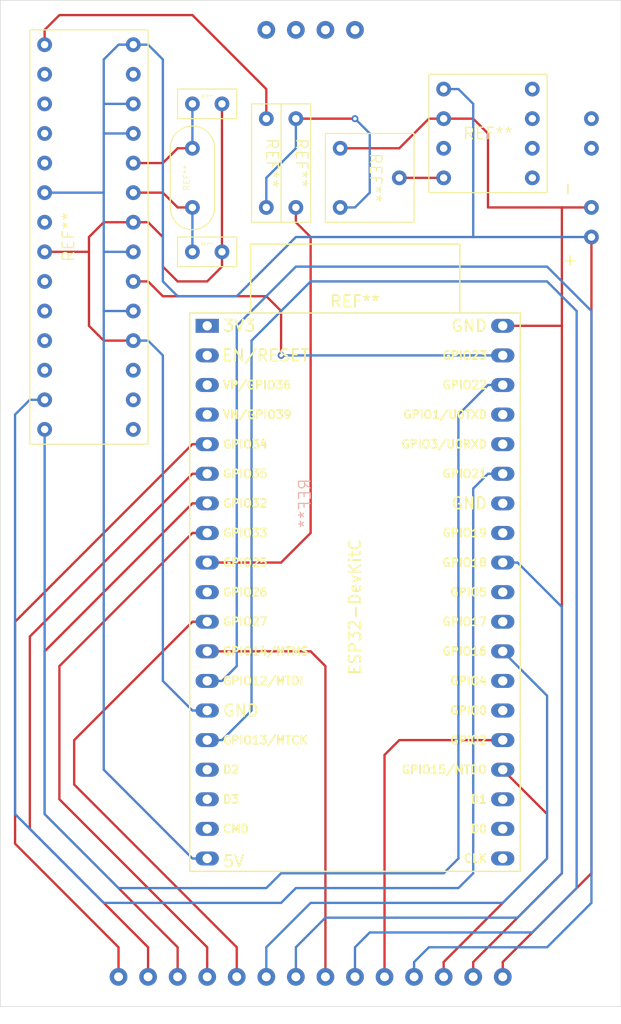
<source format=kicad_pcb>
(kicad_pcb (version 20240108) (generator "pcbnew") (generator_version "8.0")
  (layers (0 "F.Cu" signal) (31 "B.Cu" signal) (34 "B.Paste" user) (35 "F.Paste" user) (36 "B.SilkS" user "B.Silkscreen") (37 "F.SilkS" user "F.Silkscreen") (38 "B.Mask" user) (39 "F.Mask" user) (44 "Edge.Cuts" user))
  (net 0 "")
  (footprint "自作:203VR" (layer "F.Cu") (at 49.53 48.26 -90)
    (property "Reference" "REF**" (at 0 -0.5 -90) (layer "F.SilkS") (effects (font (thickness 0.1))))
    (property "Value" "203VR")
    (fp_rect (start -3.81 -3.81) (end 3.81 3.81) (stroke (width 0.1)) (fill none) (layer "F.SilkS"))
    (pad "1" thru_hole circle (at 2.54 2.54 270) (size 1.27 1.27) (drill 0.635) (layers "*.Cu" "*.Mask"))
    (pad "2" thru_hole circle (at -2.54 2.54 270) (size 1.27 1.27) (drill 0.635) (layers "*.Cu" "*.Mask"))
    (pad "3" thru_hole circle (at 0 -2.54 270) (size 1.27 1.27) (drill 0.635) (layers "*.Cu" "*.Mask"))
  )
  (footprint "自作:R" (layer "F.Cu") (at 43.18 46.99 -90)
    (property "Reference" "REF**" (at 0 -0.5 -90) (layer "F.SilkS") (effects (font (thickness 0.1))))
    (property "Value" "R")
    (fp_rect (start -5.08 -1.27) (end 5.08 1.27) (stroke (width 0.1)) (fill none) (layer "F.SilkS"))
    (pad "1" thru_hole circle (at 3.81 0 270) (size 1.27 1.27) (drill 0.635) (layers "*.Cu" "*.Mask"))
    (pad "2" thru_hole circle (at -3.81 0 270) (size 1.27 1.27) (drill 0.635) (layers "*.Cu" "*.Mask"))
  )
  (footprint "自作:HUSG-16.000-20" (layer "F.Cu") (at 34.29 48.26 90)
    (property "Reference" "REF**" (at 0 -0.5 90) (layer "F.SilkS") (effects (font (size 0.5174 0.5174) (thickness 0.05174))))
    (property "Value" "HUSG-16.000-20")
    (fp_line (start 2.54 -1.905) (end -2.54 -1.905) (stroke (width 0.1)) (layer "F.SilkS"))
    (fp_line (start 2.54 1.905) (end -2.54 1.905) (stroke (width 0.1)) (layer "F.SilkS"))
    (fp_arc (start 2.54 -1.905) (mid 4.445 0) (end 2.54 1.905) (stroke (width 0.1)) (layer "F.SilkS"))
    (fp_arc (start -2.54 1.905) (mid -4.445 0) (end -2.54 -1.905) (stroke (width 0.1)) (layer "F.SilkS"))
    (pad "1" thru_hole circle (at 2.54 0 90) (size 1.27 1.27) (drill 0.635) (layers "*.Cu" "*.Mask"))
    (pad "2" thru_hole circle (at -2.54 0 90) (size 1.27 1.27) (drill 0.635) (layers "*.Cu" "*.Mask"))
  )
  (footprint "PCM_Espressif:ESP32-DevKitC" (layer "F.Cu") (at 35.56 60.96)
    (property "Reference" "REF**" (at 12.7 -2.1 0) (layer "F.SilkS"))
    (property "Value" "ESP32-DevKitC" (at 12.7 24.13 90) (layer "F.SilkS"))
    (fp_line (start -1.5 46.82) (end 26.899999 46.82) (stroke (width 0.12)) (layer "F.SilkS"))
    (fp_line (start -1.499999 -1.1) (end -1.5 46.82) (stroke (width 0.12)) (layer "F.SilkS"))
    (fp_line (start 3.73012 -7.01312) (end 21.71332 -7.01312) (stroke (width 0.12)) (layer "F.SilkS"))
    (fp_line (start 3.73012 -1.12032) (end 3.73012 -7.01312) (stroke (width 0.12)) (layer "F.SilkS"))
    (fp_line (start 21.71332 -7.01312) (end 21.71332 -1.12032) (stroke (width 0.12)) (layer "F.SilkS"))
    (fp_line (start 26.899999 46.82) (end 26.9 -1.1) (stroke (width 0.12)) (layer "F.SilkS"))
    (fp_line (start 26.9 -1.1) (end -1.499999 -1.1) (stroke (width 0.12)) (layer "F.SilkS"))
    (fp_text user "GPIO32" (at 1.27 15.24 0) (layer "F.SilkS") (effects (font (size 0.7 0.7)) (justify left)))
    (fp_text user "D2" (at 1.27 38.1 0) (layer "F.SilkS") (effects (font (size 0.7 0.7)) (justify left)))
    (fp_text user "D0" (at 24.13 43.18 0) (layer "F.SilkS") (effects (font (size 0.7 0.7)) (justify right)))
    (fp_text user "VP/GPIO36" (at 1.27 5.08 0) (layer "F.SilkS") (effects (font (size 0.7 0.7)) (justify left)))
    (fp_text user "GPIO26" (at 1.27 22.86 0) (layer "F.SilkS") (effects (font (size 0.7 0.7)) (justify left)))
    (fp_text user "GND" (at 24.13 0 0) (layer "F.SilkS") (effects (justify right)))
    (fp_text user "VN/GPIO39" (at 1.27 7.62 0) (layer "F.SilkS") (effects (font (size 0.7 0.7)) (justify left)))
    (fp_text user "GPIO16" (at 24.13 27.94 0) (layer "F.SilkS") (effects (font (size 0.7 0.7)) (justify right)))
    (fp_text user "3V3" (at 1.27 0 0) (layer "F.SilkS") (effects (justify left)))
    (fp_text user "GPIO25" (at 1.27 20.32 0) (layer "F.SilkS") (effects (font (size 0.7 0.7)) (justify left)))
    (fp_text user "GPIO12/MTDI" (at 1.27 30.48 0) (layer "F.SilkS") (effects (font (size 0.7 0.7)) (justify left)))
    (fp_text user "GND" (at 24.13 15.24 0) (layer "F.SilkS") (effects (justify right)))
    (fp_text user "GPIO2" (at 24.13 35.56 0) (layer "F.SilkS") (effects (font (size 0.7 0.7)) (justify right)))
    (fp_text user "GPIO5" (at 24.13 22.86 0) (layer "F.SilkS") (effects (font (size 0.7 0.7)) (justify right)))
    (fp_text user "EN/RESET" (at 8.88632 2.53728 0) (layer "F.SilkS") (effects (justify right)))
    (fp_text user "GPIO23" (at 24.13 2.54 0) (layer "F.SilkS") (effects (font (size 0.7 0.7)) (justify right)))
    (fp_text user "GPIO34" (at 1.27 10.16 0) (layer "F.SilkS") (effects (font (size 0.7 0.7)) (justify left)))
    (fp_text user "GPIO14/MTMS" (at 1.27 27.94 0) (layer "F.SilkS") (effects (font (size 0.7 0.7)) (justify left)))
    (fp_text user "GPIO13/MTCK" (at 1.27 35.56 0) (layer "F.SilkS") (effects (font (size 0.7 0.7)) (justify left)))
    (fp_text user "5V" (at 1.26632 45.97128 0) (layer "F.SilkS") (effects (justify left)))
    (fp_text user "GPIO4" (at 24.13 30.48 0) (layer "F.SilkS") (effects (font (size 0.7 0.7)) (justify right)))
    (fp_text user "GPIO1/U0TXD" (at 24.13 7.62 0) (layer "F.SilkS") (effects (font (size 0.7 0.7)) (justify right)))
    (fp_text user "CLK" (at 24.13 45.72 0) (layer "F.SilkS") (effects (font (size 0.7 0.7)) (justify right)))
    (fp_text user "GPIO15/MTDO" (at 24.13 38.1 0) (layer "F.SilkS") (effects (font (size 0.7 0.7)) (justify right)))
    (fp_text user "D3" (at 1.27 40.64 0) (layer "F.SilkS") (effects (font (size 0.7 0.7)) (justify left)))
    (fp_text user "GPIO27" (at 1.27 25.4 0) (layer "F.SilkS") (effects (font (size 0.7 0.7)) (justify left)))
    (fp_text user "D1" (at 24.13 40.64 0) (layer "F.SilkS") (effects (font (size 0.7 0.7)) (justify right)))
    (fp_text user "GPIO21" (at 24.13 12.7 0) (layer "F.SilkS") (effects (font (size 0.7 0.7)) (justify right)))
    (fp_text user "GPIO35" (at 1.27 12.7 0) (layer "F.SilkS") (effects (font (size 0.7 0.7)) (justify left)))
    (fp_text user "CMD" (at 1.27 43.18 0) (layer "F.SilkS") (effects (font (size 0.7 0.7)) (justify left)))
    (fp_text user "GPIO33" (at 1.27 17.78 0) (layer "F.SilkS") (effects (font (size 0.7 0.7)) (justify left)))
    (fp_text user "GPIO0" (at 24.13 33.02 0) (layer "F.SilkS") (effects (font (size 0.7 0.7)) (justify right)))
    (fp_text user "GND" (at 1.27 33.02 0) (layer "F.SilkS") (effects (justify left)))
    (fp_text user "GPIO19" (at 24.13 17.78 0) (layer "F.SilkS") (effects (font (size 0.7 0.7)) (justify right)))
    (fp_text user "GPIO22" (at 24.13 5.08 0) (layer "F.SilkS") (effects (font (size 0.7 0.7)) (justify right)))
    (fp_text user "GPIO18" (at 24.13 20.32 0) (layer "F.SilkS") (effects (font (size 0.7 0.7)) (justify right)))
    (fp_text user "GPIO3/U0RXD" (at 24.13 10.16 0) (layer "F.SilkS") (effects (font (size 0.7 0.7)) (justify right)))
    (fp_text user "GPIO17" (at 24.13 25.4 0) (layer "F.SilkS") (effects (font (size 0.7 0.7)) (justify right)))
    (pad "1" thru_hole rect (at 0 0 270) (size 1.2 2) (drill 0.8) (layers "*.Cu" "*.Mask"))
    (pad "2" thru_hole oval (at 0 2.54 270) (size 1.2 2) (drill 0.8) (layers "*.Cu" "*.Mask"))
    (pad "3" thru_hole oval (at 0 5.08 270) (size 1.2 2) (drill 0.8) (layers "*.Cu" "*.Mask"))
    (pad "4" thru_hole oval (at 0 7.62 270) (size 1.2 2) (drill 0.8) (layers "*.Cu" "*.Mask"))
    (pad "5" thru_hole oval (at 0 10.16 270) (size 1.2 2) (drill 0.8) (layers "*.Cu" "*.Mask"))
    (pad "6" thru_hole oval (at 0 12.7 270) (size 1.2 2) (drill 0.8) (layers "*.Cu" "*.Mask"))
    (pad "7" thru_hole oval (at 0 15.24 270) (size 1.2 2) (drill 0.8) (layers "*.Cu" "*.Mask"))
    (pad "8" thru_hole oval (at 0 17.78 270) (size 1.2 2) (drill 0.8) (layers "*.Cu" "*.Mask"))
    (pad "9" thru_hole oval (at 0 20.32 270) (size 1.2 2) (drill 0.8) (layers "*.Cu" "*.Mask"))
    (pad "10" thru_hole oval (at 0 22.86 270) (size 1.2 2) (drill 0.8) (layers "*.Cu" "*.Mask"))
    (pad "11" thru_hole oval (at 0 25.4 270) (size 1.2 2) (drill 0.8) (layers "*.Cu" "*.Mask"))
    (pad "12" thru_hole oval (at 0 27.94 270) (size 1.2 2) (drill 0.8) (layers "*.Cu" "*.Mask"))
    (pad "13" thru_hole oval (at 0 30.48 270) (size 1.2 2) (drill 0.8) (layers "*.Cu" "*.Mask"))
    (pad "14" thru_hole oval (at 0 33.02 270) (size 1.2 2) (drill 0.8) (layers "*.Cu" "*.Mask"))
    (pad "15" thru_hole oval (at 0 35.56 270) (size 1.2 2) (drill 0.8) (layers "*.Cu" "*.Mask"))
    (pad "16" thru_hole oval (at 0 38.1 270) (size 1.2 2) (drill 0.8) (layers "*.Cu" "*.Mask"))
    (pad "17" thru_hole oval (at 0 40.64 270) (size 1.2 2) (drill 0.8) (layers "*.Cu" "*.Mask"))
    (pad "18" thru_hole oval (at 0 43.18 270) (size 1.2 2) (drill 0.8) (layers "*.Cu" "*.Mask"))
    (pad "19" thru_hole oval (at 0 45.72 270) (size 1.2 2) (drill 0.8) (layers "*.Cu" "*.Mask"))
    (pad "20" thru_hole oval (at 25.39632 45.71728 270) (size 1.2 2) (drill 0.8) (layers "*.Cu" "*.Mask"))
    (pad "21" thru_hole oval (at 25.39632 43.17728 270) (size 1.2 2) (drill 0.8) (layers "*.Cu" "*.Mask"))
    (pad "22" thru_hole oval (at 25.4 40.64 270) (size 1.2 2) (drill 0.8) (layers "*.Cu" "*.Mask"))
    (pad "23" thru_hole oval (at 25.4 38.1 270) (size 1.2 2) (drill 0.8) (layers "*.Cu" "*.Mask"))
    (pad "24" thru_hole oval (at 25.4 35.56 270) (size 1.2 2) (drill 0.8) (layers "*.Cu" "*.Mask"))
    (pad "25" thru_hole oval (at 25.4 33.02 270) (size 1.2 2) (drill 0.8) (layers "*.Cu" "*.Mask"))
    (pad "26" thru_hole oval (at 25.4 30.48 270) (size 1.2 2) (drill 0.8) (layers "*.Cu" "*.Mask"))
    (pad "27" thru_hole oval (at 25.4 27.94 270) (size 1.2 2) (drill 0.8) (layers "*.Cu" "*.Mask"))
    (pad "28" thru_hole oval (at 25.4 25.4 270) (size 1.2 2) (drill 0.8) (layers "*.Cu" "*.Mask"))
    (pad "29" thru_hole oval (at 25.4 22.86 270) (size 1.2 2) (drill 0.8) (layers "*.Cu" "*.Mask"))
    (pad "30" thru_hole oval (at 25.4 20.32 270) (size 1.2 2) (drill 0.8) (layers "*.Cu" "*.Mask"))
    (pad "31" thru_hole oval (at 25.4 17.78 270) (size 1.2 2) (drill 0.8) (layers "*.Cu" "*.Mask"))
    (pad "32" thru_hole oval (at 25.4 15.24 270) (size 1.2 2) (drill 0.8) (layers "*.Cu" "*.Mask"))
    (pad "33" thru_hole oval (at 25.4 12.7 270) (size 1.2 2) (drill 0.8) (layers "*.Cu" "*.Mask"))
    (pad "34" thru_hole oval (at 25.4 10.16 270) (size 1.2 2) (drill 0.8) (layers "*.Cu" "*.Mask"))
    (pad "35" thru_hole oval (at 25.4 7.62 270) (size 1.2 2) (drill 0.8) (layers "*.Cu" "*.Mask"))
    (pad "36" thru_hole oval (at 25.4 5.08 270) (size 1.2 2) (drill 0.8) (layers "*.Cu" "*.Mask"))
    (pad "37" thru_hole oval (at 25.4 2.54 270) (size 1.2 2) (drill 0.8) (layers "*.Cu" "*.Mask"))
    (pad "38" thru_hole oval (at 25.4 0 270) (size 1.2 2) (drill 0.8) (layers "*.Cu" "*.Mask"))
  )
  (footprint "自作:Connector2" (layer "F.Cu") (at 68.58 52.07 90)
    (property "Reference" "REF**" (hide yes))
    (property "Value" "Connector2" (hide yes))
    (pad "1" thru_hole circle (at -1.27 0 90) (size 1.27 1.27) (drill 0.635) (layers "*.Cu" "*.Mask"))
    (pad "2" thru_hole circle (at 1.27 0 90) (size 1.27 1.27) (drill 0.635) (layers "*.Cu" "*.Mask"))
  )
  (footprint "自作:33Cond" (layer "F.Cu") (at 35.56 54.61)
    (property "Reference" "REF**" (at 0 -0.635 0) (layer "F.SilkS") (effects (font (size 0.254 0.254) (thickness 0.0381))))
    (property "Value" "33Cond")
    (fp_rect (start -2.54 -1.27) (end 2.54 1.27) (stroke (width 0.1)) (fill none) (layer "F.SilkS"))
    (pad "1" thru_hole circle (at 1.27 0) (size 1.27 1.27) (drill 0.635) (layers "*.Cu" "*.Mask"))
    (pad "2" thru_hole circle (at -1.27 0) (size 1.27 1.27) (drill 0.635) (layers "*.Cu" "*.Mask"))
  )
  (footprint "自作:HT82V739(raw)" (layer "F.Cu") (at 59.69 44.45)
    (property "Reference" "REF**" (at 0 0 0) (layer "F.SilkS") (effects (font (thickness 0.1))))
    (property "Value" "HT82V739(raw)")
    (fp_rect (start -5.08 -5.08) (end 5.08 5.08) (stroke (width 0.1)) (fill none) (layer "F.SilkS"))
    (pad "1" thru_hole circle (at 3.81 -3.81) (size 1.27 1.27) (drill 0.635) (layers "*.Cu" "*.Mask"))
    (pad "2" thru_hole circle (at 3.81 -1.27) (size 1.27 1.27) (drill 0.635) (layers "*.Cu" "*.Mask"))
    (pad "3" thru_hole circle (at 3.81 1.27) (size 1.27 1.27) (drill 0.635) (layers "*.Cu" "*.Mask"))
    (pad "4" thru_hole circle (at 3.81 3.81) (size 1.27 1.27) (drill 0.635) (layers "*.Cu" "*.Mask"))
    (pad "5" thru_hole circle (at -3.81 -3.81) (size 1.27 1.27) (drill 0.635) (layers "*.Cu" "*.Mask"))
    (pad "6" thru_hole circle (at -3.81 -1.27) (size 1.27 1.27) (drill 0.635) (layers "*.Cu" "*.Mask"))
    (pad "7" thru_hole circle (at -3.81 1.27) (size 1.27 1.27) (drill 0.635) (layers "*.Cu" "*.Mask"))
    (pad "8" thru_hole circle (at -3.81 3.81) (size 1.27 1.27) (drill 0.635) (layers "*.Cu" "*.Mask"))
  )
  (footprint "自作:33Cond" (layer "F.Cu") (at 35.56 41.91)
    (property "Reference" "REF**" (at 0 -0.635 0) (layer "F.SilkS") (effects (font (size 0.254 0.254) (thickness 0.0381))))
    (property "Value" "33Cond")
    (fp_rect (start -2.54 -1.27) (end 2.54 1.27) (stroke (width 0.1)) (fill none) (layer "F.SilkS"))
    (pad "1" thru_hole circle (at 1.27 0) (size 1.27 1.27) (drill 0.635) (layers "*.Cu" "*.Mask"))
    (pad "2" thru_hole circle (at -1.27 0) (size 1.27 1.27) (drill 0.635) (layers "*.Cu" "*.Mask"))
  )
  (footprint "自作:ATP3012R5-PU" (layer "F.Cu") (at 24.13 53.34 90)
    (property "Reference" "REF**" (at 0 -0.5 90) (layer "F.SilkS") (effects (font (thickness 0.1))))
    (property "Value" "ATP3012R5-PU")
    (fp_rect (start -17.78 -3.81) (end 17.78 6.35) (stroke (width 0.1)) (fill none) (layer "F.SilkS"))
    (pad "1" thru_hole circle (at -16.51 5.08 90) (size 1.27 1.27) (drill 0.635) (layers "*.Cu" "*.Mask"))
    (pad "2" thru_hole circle (at -13.97 5.08 90) (size 1.27 1.27) (drill 0.635) (layers "*.Cu" "*.Mask"))
    (pad "3" thru_hole circle (at -11.43 5.08 90) (size 1.27 1.27) (drill 0.635) (layers "*.Cu" "*.Mask"))
    (pad "4" thru_hole circle (at -8.89 5.08 90) (size 1.27 1.27) (drill 0.635) (layers "*.Cu" "*.Mask"))
    (pad "5" thru_hole circle (at -6.35 5.08 90) (size 1.27 1.27) (drill 0.635) (layers "*.Cu" "*.Mask"))
    (pad "6" thru_hole circle (at -3.81 5.08 90) (size 1.27 1.27) (drill 0.635) (layers "*.Cu" "*.Mask"))
    (pad "7" thru_hole circle (at -1.27 5.08 90) (size 1.27 1.27) (drill 0.635) (layers "*.Cu" "*.Mask"))
    (pad "8" thru_hole circle (at 1.27 5.08 90) (size 1.27 1.27) (drill 0.635) (layers "*.Cu" "*.Mask"))
    (pad "9" thru_hole circle (at 3.81 5.08 90) (size 1.27 1.27) (drill 0.635) (layers "*.Cu" "*.Mask"))
    (pad "10" thru_hole circle (at 6.35 5.08 90) (size 1.27 1.27) (drill 0.635) (layers "*.Cu" "*.Mask"))
    (pad "11" thru_hole circle (at 8.89 5.08 90) (size 1.27 1.27) (drill 0.635) (layers "*.Cu" "*.Mask"))
    (pad "12" thru_hole circle (at 11.43 5.08 90) (size 1.27 1.27) (drill 0.635) (layers "*.Cu" "*.Mask"))
    (pad "13" thru_hole circle (at 13.97 5.08 90) (size 1.27 1.27) (drill 0.635) (layers "*.Cu" "*.Mask"))
    (pad "14" thru_hole circle (at 16.51 5.08 90) (size 1.27 1.27) (drill 0.635) (layers "*.Cu" "*.Mask"))
    (pad "15" thru_hole circle (at 16.51 -2.54 90) (size 1.27 1.27) (drill 0.635) (layers "*.Cu" "*.Mask"))
    (pad "16" thru_hole circle (at 13.97 -2.54 90) (size 1.27 1.27) (drill 0.635) (layers "*.Cu" "*.Mask"))
    (pad "17" thru_hole circle (at 11.43 -2.54 90) (size 1.27 1.27) (drill 0.635) (layers "*.Cu" "*.Mask"))
    (pad "18" thru_hole circle (at 8.89 -2.54 90) (size 1.27 1.27) (drill 0.635) (layers "*.Cu" "*.Mask"))
    (pad "19" thru_hole circle (at 6.35 -2.54 90) (size 1.27 1.27) (drill 0.635) (layers "*.Cu" "*.Mask"))
    (pad "20" thru_hole circle (at 3.81 -2.54 90) (size 1.27 1.27) (drill 0.635) (layers "*.Cu" "*.Mask"))
    (pad "21" thru_hole circle (at 1.27 -2.54 90) (size 1.27 1.27) (drill 0.635) (layers "*.Cu" "*.Mask"))
    (pad "22" thru_hole circle (at -1.27 -2.54 90) (size 1.27 1.27) (drill 0.635) (layers "*.Cu" "*.Mask"))
    (pad "23" thru_hole circle (at -3.81 -2.54 90) (size 1.27 1.27) (drill 0.635) (layers "*.Cu" "*.Mask"))
    (pad "24" thru_hole circle (at -6.35 -2.54 90) (size 1.27 1.27) (drill 0.635) (layers "*.Cu" "*.Mask" "F.Adhes"))
    (pad "25" thru_hole circle (at -8.89 -2.54 90) (size 1.27 1.27) (drill 0.635) (layers "*.Cu" "*.Mask"))
    (pad "26" thru_hole circle (at -11.43 -2.54 90) (size 1.27 1.27) (drill 0.635) (layers "*.Cu" "*.Mask"))
    (pad "27" thru_hole circle (at -13.97 -2.54 90) (size 1.27 1.27) (drill 0.635) (layers "*.Cu" "*.Mask"))
    (pad "28" thru_hole circle (at -16.51 -2.54 90) (size 1.27 1.27) (drill 0.635) (layers "*.Cu" "*.Mask"))
  )
  (footprint "自作:R" (layer "F.Cu") (at 40.64 46.99 -90)
    (property "Reference" "REF**" (at 0 -0.5 -90) (layer "F.SilkS") (effects (font (thickness 0.1))))
    (property "Value" "R")
    (fp_rect (start -5.08 -1.27) (end 5.08 1.27) (stroke (width 0.1)) (fill none) (layer "F.SilkS"))
    (pad "1" thru_hole circle (at 3.81 0 270) (size 1.27 1.27) (drill 0.635) (layers "*.Cu" "*.Mask"))
    (pad "2" thru_hole circle (at -3.81 0 270) (size 1.27 1.27) (drill 0.635) (layers "*.Cu" "*.Mask"))
  )
  (footprint "自作:Connector2" (layer "F.Cu") (at 68.58 44.45 90)
    (property "Reference" "REF**" (hide yes))
    (property "Value" "Connector2" (hide yes))
    (pad "1" thru_hole circle (at -1.27 0 90) (size 1.27 1.27) (drill 0.635) (layers "*.Cu" "*.Mask"))
    (pad "2" thru_hole circle (at 1.27 0 90) (size 1.27 1.27) (drill 0.635) (layers "*.Cu" "*.Mask"))
  )
  (footprint "自作:TFT_SPI_240x320" (layer "B.Cu") (at 44.45 76.2 -90)
    (property "Reference" "REF**" (at 0 0.5 90) (layer "B.SilkS") (effects (font (thickness 0.1)) (justify mirror)))
    (property "Value" "TFT_SPI_240x320")
    (pad "1" thru_hole circle (at 40.64 16.51 270) (size 1.524 1.524) (drill 0.762) (layers "*.Cu" "*.Mask"))
    (pad "2" thru_hole circle (at 40.64 13.97 270) (size 1.524 1.524) (drill 0.762) (layers "*.Cu" "*.Mask"))
    (pad "3" thru_hole circle (at 40.64 11.43 270) (size 1.524 1.524) (drill 0.762) (layers "*.Cu" "*.Mask"))
    (pad "4" thru_hole circle (at 40.64 8.89 270) (size 1.524 1.524) (drill 0.762) (layers "*.Cu" "*.Mask"))
    (pad "5" thru_hole circle (at 40.64 6.35 270) (size 1.524 1.524) (drill 0.762) (layers "*.Cu" "*.Mask"))
    (pad "6" thru_hole circle (at 40.64 3.81 270) (size 1.524 1.524) (drill 0.762) (layers "*.Cu" "*.Mask"))
    (pad "7" thru_hole circle (at 40.64 1.27 270) (size 1.524 1.524) (drill 0.762) (layers "*.Cu" "*.Mask"))
    (pad "8" thru_hole circle (at 40.64 -1.27 270) (size 1.524 1.524) (drill 0.762) (layers "*.Cu" "*.Mask"))
    (pad "9" thru_hole circle (at 40.64 -3.81 270) (size 1.524 1.524) (drill 0.762) (layers "*.Cu" "*.Mask"))
    (pad "10" thru_hole circle (at 40.64 -6.35 270) (size 1.524 1.524) (drill 0.762) (layers "*.Cu" "*.Mask"))
    (pad "11" thru_hole circle (at 40.64 -8.89 270) (size 1.524 1.524) (drill 0.762) (layers "*.Cu" "*.Mask"))
    (pad "12" thru_hole circle (at 40.64 -11.43 270) (size 1.524 1.524) (drill 0.762) (layers "*.Cu" "*.Mask"))
    (pad "13" thru_hole circle (at 40.64 -13.97 270) (size 1.524 1.524) (drill 0.762) (layers "*.Cu" "*.Mask"))
    (pad "14" thru_hole circle (at 40.64 -16.51 270) (size 1.524 1.524) (drill 0.762) (layers "*.Cu" "*.Mask"))
    (pad "15" thru_hole circle (at -40.64 3.81 270) (size 1.524 1.524) (drill 0.762) (layers "*.Cu" "*.Mask"))
    (pad "16" thru_hole circle (at -40.64 1.27 270) (size 1.524 1.524) (drill 0.762) (layers "*.Cu" "*.Mask"))
    (pad "17" thru_hole circle (at -40.64 -1.27 270) (size 1.524 1.524) (drill 0.762) (layers "*.Cu" "*.Mask"))
    (pad "18" thru_hole circle (at -40.64 -3.81 270) (size 1.524 1.524) (drill 0.762) (layers "*.Cu" "*.Mask"))
  )
  (gr_rect (start 17.78 33.02) (end 71.12 119.38) (stroke (width 0.05)) (fill none) (layer "Edge.Cuts"))
  (gr_text "+" (at 66.04 55.88 0) (layer "F.SilkS") (effects (font (size 1 1)) (justify left bottom)))
  (gr_text "-" (at 66.04 48.514 -90) (layer "F.SilkS") (effects (font (size 1 1)) (justify left bottom)))
  (segment (start 59.69 50.8) (end 66.04 50.8) (width 0.2) (layer "F.Cu") (net 0))
  (segment (start 24.13 96.52) (end 24.13 100.33) (width 0.2) (layer "F.Cu") (net 0))
  (segment (start 29.21 62.23) (end 26.67 62.23) (width 0.2) (layer "F.Cu") (net 0))
  (segment (start 33.02 57.15) (end 31.75 55.88) (width 0.2) (layer "F.Cu") (net 0))
  (segment (start 34.29 71.12) (end 19.05 86.36) (width 0.2) (layer "F.Cu") (net 0))
  (segment (start 33.02 45.72) (end 34.29 45.72) (width 0.2) (layer "F.Cu") (net 0))
  (segment (start 30.48 52.07) (end 29.21 52.07) (width 0.2) (layer "F.Cu") (net 0))
  (segment (start 34.29 76.2) (end 21.59 88.9) (width 0.2) (layer "F.Cu") (net 0))
  (segment (start 66.04 58.42) (end 66.04 107.95) (width 0.2) (layer "F.Cu") (net 0))
  (segment (start 35.56 78.74) (end 34.29 78.74) (width 0.2) (layer "F.Cu") (net 0))
  (segment (start 31.75 55.88) (end 31.75 53.34) (width 0.2) (layer "F.Cu") (net 0))
  (segment (start 66.04 50.8) (end 68.58 50.8) (width 0.2) (layer "F.Cu") (net 0))
  (segment (start 35.56 76.2) (end 34.29 76.2) (width 0.2) (layer "F.Cu") (net 0))
  (segment (start 25.4 60.96) (end 25.4 55.88) (width 0.2) (layer "F.Cu") (net 0))
  (segment (start 59.69 50.8) (end 59.69 44.45) (width 0.2) (layer "F.Cu") (net 0))
  (segment (start 27.94 114.3) (end 27.94 116.84) (width 0.2) (layer "F.Cu") (net 0))
  (segment (start 36.83 54.61) (end 36.83 55.88) (width 0.2) (layer "F.Cu") (net 0))
  (segment (start 30.48 114.3) (end 30.48 116.84) (width 0.2) (layer "F.Cu") (net 0))
  (segment (start 44.45 78.74) (end 44.45 53.34) (width 0.2) (layer "F.Cu") (net 0))
  (segment (start 35.56 86.36) (end 34.29 86.36) (width 0.2) (layer "F.Cu") (net 0))
  (segment (start 44.45 88.9) (end 45.72 90.17) (width 0.2) (layer "F.Cu") (net 0))
  (segment (start 52.07 45.72) (end 46.99 45.72) (width 0.2) (layer "F.Cu") (net 0))
  (segment (start 58.42 43.18) (end 55.88 43.18) (width 0.2) (layer "F.Cu") (net 0))
  (segment (start 29.21 57.15) (end 30.48 57.15) (width 0.2) (layer "F.Cu") (net 0))
  (segment (start 25.4 54.61) (end 21.59 54.61) (width 0.2) (layer "F.Cu") (net 0))
  (segment (start 68.58 107.95) (end 60.96 115.57) (width 0.2) (layer "F.Cu") (net 0))
  (segment (start 31.75 46.99) (end 33.02 45.72) (width 0.2) (layer "F.Cu") (net 0))
  (segment (start 19.05 86.36) (end 19.05 105.41) (width 0.2) (layer "F.Cu") (net 0))
  (segment (start 31.75 49.53) (end 33.02 50.8) (width 0.2) (layer "F.Cu") (net 0))
  (segment (start 34.29 78.74) (end 22.86 90.17) (width 0.2) (layer "F.Cu") (net 0))
  (segment (start 31.75 58.42) (end 39.37 58.42) (width 0.2) (layer "F.Cu") (net 0))
  (segment (start 52.07 48.26) (end 55.88 48.26) (width 0.2) (layer "F.Cu") (net 0))
  (segment (start 41.91 59.69) (end 41.91 63.5) (width 0.2) (layer "F.Cu") (net 0))
  (segment (start 41.91 81.28) (end 44.45 78.74) (width 0.2) (layer "F.Cu") (net 0))
  (segment (start 66.04 50.8) (end 66.04 58.42) (width 0.2) (layer "F.Cu") (net 0))
  (segment (start 44.45 43.18) (end 48.26 43.18) (width 0.2) (layer "F.Cu") (net 0))
  (segment (start 50.8 97.79) (end 50.8 116.84) (width 0.2) (layer "F.Cu") (net 0))
  (segment (start 35.56 73.66) (end 34.29 73.66) (width 0.2) (layer "F.Cu") (net 0))
  (segment (start 29.21 46.99) (end 31.75 46.99) (width 0.2) (layer "F.Cu") (net 0))
  (segment (start 34.29 86.36) (end 24.13 96.52) (width 0.2) (layer "F.Cu") (net 0))
  (segment (start 34.29 73.66) (end 20.32 87.63) (width 0.2) (layer "F.Cu") (net 0))
  (segment (start 26.67 62.23) (end 25.4 60.96) (width 0.2) (layer "F.Cu") (net 0))
  (segment (start 64.77 106.68) (end 55.88 115.57) (width 0.2) (layer "F.Cu") (net 0))
  (segment (start 35.56 114.3) (end 35.56 116.84) (width 0.2) (layer "F.Cu") (net 0))
  (segment (start 33.02 114.3) (end 33.02 116.84) (width 0.2) (layer "F.Cu") (net 0))
  (segment (start 64.77 102.87) (end 64.77 106.68) (width 0.2) (layer "F.Cu") (net 0))
  (segment (start 20.32 104.14) (end 30.48 114.3) (width 0.2) (layer "F.Cu") (net 0))
  (segment (start 43.18 43.18) (end 44.45 43.18) (width 0.2) (layer "F.Cu") (net 0))
  (segment (start 55.88 43.18) (end 54.61 43.18) (width 0.2) (layer "F.Cu") (net 0))
  (segment (start 60.96 115.57) (end 60.96 116.84) (width 0.2) (layer "F.Cu") (net 0))
  (segment (start 21.59 35.56) (end 22.86 34.29) (width 0.2) (layer "F.Cu") (net 0))
  (segment (start 40.64 58.42) (end 41.91 59.69) (width 0.2) (layer "F.Cu") (net 0))
  (segment (start 52.07 96.52) (end 50.8 97.79) (width 0.2) (layer "F.Cu") (net 0))
  (segment (start 21.59 102.87) (end 33.02 114.3) (width 0.2) (layer "F.Cu") (net 0))
  (segment (start 29.21 49.53) (end 31.75 49.53) (width 0.2) (layer "F.Cu") (net 0))
  (segment (start 45.72 90.17) (end 45.72 116.84) (width 0.2) (layer "F.Cu") (net 0))
  (segment (start 22.86 101.6) (end 35.56 114.3) (width 0.2) (layer "F.Cu") (net 0))
  (segment (start 21.59 88.9) (end 21.59 102.87) (width 0.2) (layer "F.Cu") (net 0))
  (segment (start 22.86 34.29) (end 34.29 34.29) (width 0.2) (layer "F.Cu") (net 0))
  (segment (start 44.45 53.34) (end 43.18 52.07) (width 0.2) (layer "F.Cu") (net 0))
  (segment (start 35.56 57.15) (end 33.02 57.15) (width 0.2) (layer "F.Cu") (net 0))
  (segment (start 38.1 114.3) (end 38.1 116.84) (width 0.2) (layer "F.Cu") (net 0))
  (segment (start 58.42 115.57) (end 58.42 116.84) (width 0.2) (layer "F.Cu") (net 0))
  (segment (start 31.75 53.34) (end 30.48 52.07) (width 0.2) (layer "F.Cu") (net 0))
  (segment (start 21.59 36.83) (end 21.59 35.56) (width 0.2) (layer "F.Cu") (net 0))
  (segment (start 66.04 107.95) (end 58.42 115.57) (width 0.2) (layer "F.Cu") (net 0))
  (segment (start 22.86 90.17) (end 22.86 101.6) (width 0.2) (layer "F.Cu") (net 0))
  (segment (start 60.96 96.52) (end 52.07 96.52) (width 0.2) (layer "F.Cu") (net 0))
  (segment (start 54.61 43.18) (end 52.07 45.72) (width 0.2) (layer "F.Cu") (net 0))
  (segment (start 55.88 115.57) (end 55.88 116.84) (width 0.2) (layer "F.Cu") (net 0))
  (segment (start 35.56 71.12) (end 34.29 71.12) (width 0.2) (layer "F.Cu") (net 0))
  (segment (start 40.64 40.64) (end 40.64 43.18) (width 0.2) (layer "F.Cu") (net 0))
  (segment (start 35.56 88.9) (end 44.45 88.9) (width 0.2) (layer "F.Cu") (net 0))
  (segment (start 30.48 57.15) (end 31.75 58.42) (width 0.2) (layer "F.Cu") (net 0))
  (segment (start 24.13 100.33) (end 38.1 114.3) (width 0.2) (layer "F.Cu") (net 0))
  (segment (start 60.96 99.06) (end 64.77 102.87) (width 0.2) (layer "F.Cu") (net 0))
  (segment (start 68.58 53.34) (end 68.58 107.95) (width 0.2) (layer "F.Cu") (net 0))
  (segment (start 34.29 34.29) (end 40.64 40.64) (width 0.2) (layer "F.Cu") (net 0))
  (segment (start 26.67 52.07) (end 29.21 52.07) (width 0.2) (layer "F.Cu") (net 0))
  (segment (start 43.18 52.07) (end 43.18 50.8) (width 0.2) (layer "F.Cu") (net 0))
  (segment (start 39.37 58.42) (end 40.64 58.42) (width 0.2) (layer "F.Cu") (net 0))
  (segment (start 59.69 44.45) (end 58.42 43.18) (width 0.2) (layer "F.Cu") (net 0))
  (segment (start 33.02 50.8) (end 34.29 50.8) (width 0.2) (layer "F.Cu") (net 0))
  (segment (start 25.4 55.88) (end 25.4 53.34) (width 0.2) (layer "F.Cu") (net 0))
  (segment (start 36.83 55.88) (end 35.56 57.15) (width 0.2) (layer "F.Cu") (net 0))
  (segment (start 36.83 41.91) (end 36.83 54.61) (width 0.2) (layer "F.Cu") (net 0))
  (segment (start 25.4 53.34) (end 26.67 52.07) (width 0.2) (layer "F.Cu") (net 0))
  (segment (start 35.56 81.28) (end 41.91 81.28) (width 0.2) (layer "F.Cu") (net 0))
  (segment (start 19.05 105.41) (end 27.94 114.3) (width 0.2) (layer "F.Cu") (net 0))
  (segment (start 60.96 60.96) (end 66.04 60.96) (width 0.2) (layer "F.Cu") (net 0))
  (segment (start 20.32 87.63) (end 20.32 104.14) (width 0.2) (layer "F.Cu") (net 0))
  (via (at 41.91 63.5) (size 0.6) (drill 0.3) (layers "F.Cu" "B.Cu") (net 0))
  (via (at 48.26 43.18) (size 0.6) (drill 0.3) (layers "F.Cu" "B.Cu") (net 0))
  (segment (start 26.67 110.49) (end 19.05 102.87) (width 0.2) (layer "B.Cu") (net 0))
  (segment (start 40.64 116.84) (end 40.64 114.3) (width 0.2) (layer "B.Cu") (net 0))
  (segment (start 57.15 40.64) (end 55.88 40.64) (width 0.2) (layer "B.Cu") (net 0))
  (segment (start 43.18 53.34) (end 38.1 58.42) (width 0.2) (layer "B.Cu") (net 0))
  (segment (start 43.18 114.3) (end 45.72 111.76) (width 0.2) (layer "B.Cu") (net 0))
  (segment (start 40.64 109.22) (end 27.94 109.22) (width 0.2) (layer "B.Cu") (net 0))
  (segment (start 39.37 62.23) (end 39.37 93.98) (width 0.2) (layer "B.Cu") (net 0))
  (segment (start 26.67 41.91) (end 29.21 41.91) (width 0.2) (layer "B.Cu") (net 0))
  (segment (start 43.18 45.72) (end 43.18 43.18) (width 0.2) (layer "B.Cu") (net 0))
  (segment (start 31.75 38.1) (end 30.48 36.83) (width 0.2) (layer "B.Cu") (net 0))
  (segment (start 20.32 67.31) (end 21.59 67.31) (width 0.2) (layer "B.Cu") (net 0))
  (segment (start 55.88 107.95) (end 41.91 107.95) (width 0.2) (layer "B.Cu") (net 0))
  (segment (start 41.91 63.5) (end 60.96 63.5) (width 0.2) (layer "B.Cu") (net 0))
  (segment (start 21.59 102.87) (end 21.59 69.85) (width 0.2) (layer "B.Cu") (net 0))
  (segment (start 19.05 102.87) (end 19.05 68.58) (width 0.2) (layer "B.Cu") (net 0))
  (segment (start 21.59 49.53) (end 26.67 49.53) (width 0.2) (layer "B.Cu") (net 0))
  (segment (start 68.58 53.34) (end 58.42 53.34) (width 0.2) (layer "B.Cu") (net 0))
  (segment (start 64.77 114.3) (end 68.58 110.49) (width 0.2) (layer "B.Cu") (net 0))
  (segment (start 48.26 50.8) (end 46.99 50.8) (width 0.2) (layer "B.Cu") (net 0))
  (segment (start 49.53 44.45) (end 49.53 49.53) (width 0.2) (layer "B.Cu") (net 0))
  (segment (start 48.26 116.84) (end 48.26 114.3) (width 0.2) (layer "B.Cu") (net 0))
  (segment (start 30.48 36.83) (end 27.94 36.83) (width 0.2) (layer "B.Cu") (net 0))
  (segment (start 60.96 110.49) (end 64.77 106.68) (width 0.2) (layer "B.Cu") (net 0))
  (segment (start 68.58 59.69) (end 64.77 55.88) (width 0.2) (layer "B.Cu") (net 0))
  (segment (start 38.1 58.42) (end 33.02 58.42) (width 0.2) (layer "B.Cu") (net 0))
  (segment (start 60.96 66.04) (end 59.69 66.04) (width 0.2) (layer "B.Cu") (net 0))
  (segment (start 68.58 110.49) (end 68.58 59.69) (width 0.2) (layer "B.Cu") (net 0))
  (segment (start 34.29 106.68) (end 35.56 106.68) (width 0.2) (layer "B.Cu") (net 0))
  (segment (start 64.77 55.88) (end 43.18 55.88) (width 0.2) (layer "B.Cu") (net 0))
  (segment (start 36.83 91.44) (end 35.56 91.44) (width 0.2) (layer "B.Cu") (net 0))
  (segment (start 58.42 41.91) (end 57.15 40.64) (width 0.2) (layer "B.Cu") (net 0))
  (segment (start 58.42 53.34) (end 43.18 53.34) (width 0.2) (layer "B.Cu") (net 0))
  (segment (start 38.1 90.17) (end 36.83 91.44) (width 0.2) (layer "B.Cu") (net 0))
  (segment (start 35.56 93.98) (end 34.29 93.98) (width 0.2) (layer "B.Cu") (net 0))
  (segment (start 62.23 81.28) (end 60.96 81.28) (width 0.2) (layer "B.Cu") (net 0))
  (segment (start 34.29 93.98) (end 31.75 91.44) (width 0.2) (layer "B.Cu") (net 0))
  (segment (start 64.77 92.71) (end 60.96 88.9) (width 0.2) (layer "B.Cu") (net 0))
  (segment (start 36.83 96.52) (end 35.56 96.52) (width 0.2) (layer "B.Cu") (net 0))
  (segment (start 40.64 114.3) (end 44.45 110.49) (width 0.2) (layer "B.Cu") (net 0))
  (segment (start 66.04 107.95) (end 66.04 85.09) (width 0.2) (layer "B.Cu") (net 0))
  (segment (start 38.1 60.96) (end 38.1 90.17) (width 0.2) (layer "B.Cu") (net 0))
  (segment (start 26.67 59.69) (end 26.67 99.06) (width 0.2) (layer "B.Cu") (net 0))
  (segment (start 64.77 57.15) (end 44.45 57.15) (width 0.2) (layer "B.Cu") (net 0))
  (segment (start 43.18 109.22) (end 41.91 110.49) (width 0.2) (layer "B.Cu") (net 0))
  (segment (start 44.45 110.49) (end 60.96 110.49) (width 0.2) (layer "B.Cu") (net 0))
  (segment (start 49.53 113.03) (end 63.5 113.03) (width 0.2) (layer "B.Cu") (net 0))
  (segment (start 62.23 111.76) (end 66.04 107.95) (width 0.2) (layer "B.Cu") (net 0))
  (segment (start 59.69 73.66) (end 58.42 74.93) (width 0.2) (layer "B.Cu") (net 0))
  (segment (start 54.61 114.3) (end 64.77 114.3) (width 0.2) (layer "B.Cu") (net 0))
  (segment (start 31.75 91.44) (end 31.75 63.5) (width 0.2) (layer "B.Cu") (net 0))
  (segment (start 66.04 85.09) (end 62.23 81.28) (width 0.2) (layer "B.Cu") (net 0))
  (segment (start 26.67 59.69) (end 29.21 59.69) (width 0.2) (layer "B.Cu") (net 0))
  (segment (start 60.96 73.66) (end 59.69 73.66) (width 0.2) (layer "B.Cu") (net 0))
  (segment (start 26.67 38.1) (end 27.94 36.83) (width 0.2) (layer "B.Cu") (net 0))
  (segment (start 30.48 62.23) (end 29.21 62.23) (width 0.2) (layer "B.Cu") (net 0))
  (segment (start 34.29 45.72) (end 34.29 41.91) (width 0.2) (layer "B.Cu") (net 0))
  (segment (start 48.26 43.18) (end 49.53 44.45) (width 0.2) (layer "B.Cu") (net 0))
  (segment (start 26.67 99.06) (end 34.29 106.68) (width 0.2) (layer "B.Cu") (net 0))
  (segment (start 27.94 109.22) (end 21.59 102.87) (width 0.2) (layer "B.Cu") (net 0))
  (segment (start 58.42 107.95) (end 57.15 109.22) (width 0.2) (layer "B.Cu") (net 0))
  (segment (start 58.42 53.34) (end 58.42 41.91) (width 0.2) (layer "B.Cu") (net 0))
  (segment (start 26.67 44.45) (end 26.67 49.53) (width 0.2) (layer "B.Cu") (net 0))
  (segment (start 26.67 49.53) (end 26.67 54.61) (width 0.2) (layer "B.Cu") (net 0))
  (segment (start 19.05 68.58) (end 20.32 67.31) (width 0.2) (layer "B.Cu") (net 0))
  (segment (start 48.26 114.3) (end 49.53 113.03) (width 0.2) (layer "B.Cu") (net 0))
  (segment (start 57.15 106.68) (end 55.88 107.95) (width 0.2) (layer "B.Cu") (net 0))
  (segment (start 26.67 54.61) (end 29.21 54.61) (width 0.2) (layer "B.Cu") (net 0))
  (segment (start 26.67 54.61) (end 26.67 59.69) (width 0.2) (layer "B.Cu") (net 0))
  (segment (start 64.77 106.68) (end 64.77 92.71) (width 0.2) (layer "B.Cu") (net 0))
  (segment (start 49.53 49.53) (end 48.26 50.8) (width 0.2) (layer "B.Cu") (net 0))
  (segment (start 26.67 41.91) (end 26.67 38.1) (width 0.2) (layer "B.Cu") (net 0))
  (segment (start 45.72 111.76) (end 62.23 111.76) (width 0.2) (layer "B.Cu") (net 0))
  (segment (start 57.15 68.58) (end 57.15 106.68) (width 0.2) (layer "B.Cu") (net 0))
  (segment (start 59.69 66.04) (end 57.15 68.58) (width 0.2) (layer "B.Cu") (net 0))
  (segment (start 63.5 113.03) (end 67.31 109.22) (width 0.2) (layer "B.Cu") (net 0))
  (segment (start 26.67 41.91) (end 26.67 44.45) (width 0.2) (layer "B.Cu") (net 0))
  (segment (start 33.02 58.42) (end 31.75 57.15) (width 0.2) (layer "B.Cu") (net 0))
  (segment (start 58.42 74.93) (end 58.42 107.95) (width 0.2) (layer "B.Cu") (net 0))
  (segment (start 53.34 116.84) (end 53.34 115.57) (width 0.2) (layer "B.Cu") (net 0))
  (segment (start 31.75 57.15) (end 31.75 38.1) (width 0.2) (layer "B.Cu") (net 0))
  (segment (start 41.91 110.49) (end 26.67 110.49) (width 0.2) (layer "B.Cu") (net 0))
  (segment (start 29.21 44.45) (end 26.67 44.45) (width 0.2) (layer "B.Cu") (net 0))
  (segment (start 27.94 36.83) (end 29.21 36.83) (width 0.2) (layer "B.Cu") (net 0))
  (segment (start 40.64 50.8) (end 40.64 48.26) (width 0.2) (layer "B.Cu") (net 0))
  (segment (start 43.18 55.88) (end 38.1 60.96) (width 0.2) (layer "B.Cu") (net 0))
  (segment (start 41.91 107.95) (end 40.64 109.22) (width 0.2) (layer "B.Cu") (net 0))
  (segment (start 67.31 109.22) (end 67.31 59.69) (width 0.2) (layer "B.Cu") (net 0))
  (segment (start 67.31 59.69) (end 64.77 57.15) (width 0.2) (layer "B.Cu") (net 0))
  (segment (start 44.45 57.15) (end 39.37 62.23) (width 0.2) (layer "B.Cu") (net 0))
  (segment (start 43.18 116.84) (end 43.18 114.3) (width 0.2) (layer "B.Cu") (net 0))
  (segment (start 53.34 115.57) (end 54.61 114.3) (width 0.2) (layer "B.Cu") (net 0))
  (segment (start 40.64 48.26) (end 43.18 45.72) (width 0.2) (layer "B.Cu") (net 0))
  (segment (start 57.15 109.22) (end 43.18 109.22) (width 0.2) (layer "B.Cu") (net 0))
  (segment (start 31.75 63.5) (end 30.48 62.23) (width 0.2) (layer "B.Cu") (net 0))
  (segment (start 34.29 50.8) (end 34.29 54.61) (width 0.2) (layer "B.Cu") (net 0))
  (segment (start 39.37 93.98) (end 36.83 96.52) (width 0.2) (layer "B.Cu") (net 0))
)
</source>
